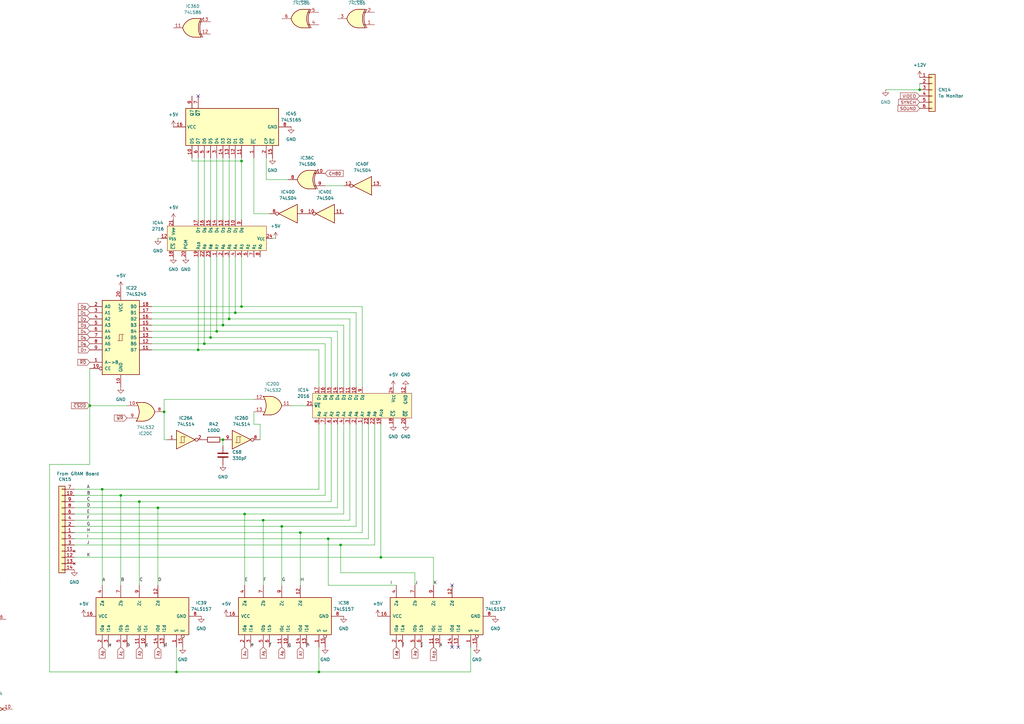
<source format=kicad_sch>
(kicad_sch (version 20250114) (generator "eeschema") (generator_version "9.0")
  (paper "A3")
  (lib_symbols
    (symbol "74xx:74LS04"
      (property "Reference" "U" (at 0 1.27 0))
      (property "Value" "74LS04" (at 0 -1.27 0))
      (symbol "74LS04_1_0"
        (pin input line (at -7.62 0 0) (length 3.81) (name "~") (number "1"))
        (pin output inverted (at 7.62 0 180) (length 3.81) (name "~") (number "2"))
      )
      (symbol "74LS04_2_0"
        (pin input line (at -7.62 0 0) (length 3.81) (name "~") (number "3"))
        (pin output inverted (at 7.62 0 180) (length 3.81) (name "~") (number "4"))
      )
      (symbol "74LS04_3_0"
        (pin input line (at -7.62 0 0) (length 3.81) (name "~") (number "5"))
        (pin output inverted (at 7.62 0 180) (length 3.81) (name "~") (number "6"))
      )
      (symbol "74LS04_4_0"
        (pin input line (at -7.62 0 0) (length 3.81) (name "~") (number "9"))
        (pin output inverted (at 7.62 0 180) (length 3.81) (name "~") (number "8"))
      )
      (symbol "74LS04_5_0"
        (pin input line (at -7.62 0 0) (length 3.81) (name "~") (number "11"))
        (pin output inverted (at 7.62 0 180) (length 3.81) (name "~") (number "10"))
      )
      (symbol "74LS04_6_0"
        (pin input line (at -7.62 0 0) (length 3.81) (name "~") (number "13"))
        (pin output inverted (at 7.62 0 180) (length 3.81) (name "~") (number "12"))
      )
      (symbol "74LS04_7_0"
        (pin power_in line (at 0 12.7 270) (length 5.08) (name "VCC") (number "14"))
        (pin power_in line (at 0 -12.7 90) (length 5.08) (name "GND") (number "7"))
      )
    )
    (symbol "74xx:74LS14" (pin_names (offset 1.016))
      (property "Reference" "U" (at 0 1.27 0))
      (property "Value" "74LS14" (at 0 -1.27 0))
      (symbol "74LS14_1_0"
        (pin input line (at -7.62 0 0) (length 3.81) (name "~") (number "1"))
        (pin output inverted (at 7.62 0 180) (length 3.81) (name "~") (number "2"))
      )
      (symbol "74LS14_2_0"
        (pin input line (at -7.62 0 0) (length 3.81) (name "~") (number "3"))
        (pin output inverted (at 7.62 0 180) (length 3.81) (name "~") (number "4"))
      )
      (symbol "74LS14_3_0"
        (pin input line (at -7.62 0 0) (length 3.81) (name "~") (number "5"))
        (pin output inverted (at 7.62 0 180) (length 3.81) (name "~") (number "6"))
      )
      (symbol "74LS14_4_0"
        (pin input line (at -7.62 0 0) (length 3.81) (name "~") (number "9"))
        (pin output inverted (at 7.62 0 180) (length 3.81) (name "~") (number "8"))
      )
      (symbol "74LS14_5_0"
        (pin input line (at -7.62 0 0) (length 3.81) (name "~") (number "11"))
        (pin output inverted (at 7.62 0 180) (length 3.81) (name "~") (number "10"))
      )
      (symbol "74LS14_6_0"
        (pin input line (at -7.62 0 0) (length 3.81) (name "~") (number "13"))
        (pin output inverted (at 7.62 0 180) (length 3.81) (name "~") (number "12"))
      )
      (symbol "74LS14_7_0"
        (pin power_in line (at 0 12.7 270) (length 5.08) (name "VCC") (number "14"))
        (pin power_in line (at 0 -12.7 90) (length 5.08) (name "GND") (number "7"))
      )
    )
    (symbol "74xx:74LS157" (pin_names (offset 1.016))
      (property "Reference" "U" (at -7.62 19.05 0))
      (property "Value" "74LS157" (at -7.62 -21.59 0))
      (symbol "74LS157_1_0"
        (pin input line (at -12.7 15.24 0) (length 5.08) (name "I0a") (number "2"))
        (pin input line (at -12.7 12.7 0) (length 5.08) (name "I1a") (number "3"))
        (pin input line (at -12.7 7.62 0) (length 5.08) (name "I0b") (number "5"))
        (pin input line (at -12.7 5.08 0) (length 5.08) (name "I1b") (number "6"))
        (pin input line (at -12.7 0 0) (length 5.08) (name "I0c") (number "11"))
        (pin input line (at -12.7 -2.54 0) (length 5.08) (name "I1c") (number "10"))
        (pin input line (at -12.7 -7.62 0) (length 5.08) (name "I0d") (number "14"))
        (pin input line (at -12.7 -10.16 0) (length 5.08) (name "I1d") (number "13"))
        (pin input line (at -12.7 -15.24 0) (length 5.08) (name "S") (number "1"))
        (pin input inverted (at -12.7 -17.78 0) (length 5.08) (name "E") (number "15"))
        (pin power_in line (at 0 22.86 270) (length 5.08) (name "VCC") (number "16"))
        (pin power_in line (at 0 -25.4 90) (length 5.08) (name "GND") (number "8"))
        (pin output line (at 12.7 15.24 180) (length 5.08) (name "Za") (number "4"))
        (pin output line (at 12.7 7.62 180) (length 5.08) (name "Zb") (number "7"))
        (pin output line (at 12.7 0 180) (length 5.08) (name "Zc") (number "9"))
        (pin output line (at 12.7 -7.62 180) (length 5.08) (name "Zd") (number "12"))
      )
    )
    (symbol "74xx:74LS165"
      (property "Reference" "U1" (at 5.4454 -25.4 90))
      (property "Value" "74LS165" (at 2.9054 -25.4 90))
      (symbol "74LS165_1_0"
        (pin input line (at -12.7 15.24 0) (length 5.08) (name "DS") (number "10"))
        (pin input line (at -12.7 12.7 0) (length 5.08) (name "D7") (number "6"))
        (pin input line (at -12.7 10.16 0) (length 5.08) (name "D6") (number "5"))
        (pin input line (at -12.7 7.62 0) (length 5.08) (name "D5") (number "4"))
        (pin input line (at -12.7 5.08 0) (length 5.08) (name "D4") (number "3"))
        (pin input line (at -12.7 2.54 0) (length 5.08) (name "D3") (number "14"))
        (pin input line (at -12.7 0 0) (length 5.08) (name "D2") (number "13"))
        (pin input line (at -12.7 -2.54 0) (length 5.08) (name "D1") (number "12"))
        (pin input line (at -12.7 -5.08 0) (length 5.08) (name "D0") (number "11"))
        (pin input line (at -12.7 -10.16 0) (length 5.08) (name "~{PL}") (number "1"))
        (pin input line (at -12.7 -15.24 0) (length 5.08) (name "CP") (number "2"))
        (pin input line (at -12.7 -17.78 0) (length 5.08) (name "~{CE}") (number "15"))
        (pin power_in line (at 0 22.86 270) (length 5.08) (name "VCC") (number "16"))
        (pin power_in line (at 0 -25.4 90) (length 5.08) (name "GND") (number "8"))
        (pin output line (at 12.7 15.24 180) (length 5.08) (name "Q7") (number "9"))
        (pin output line (at 12.7 12.7 180) (length 5.08) (name "~{Q7}") (number "7"))
      )
    )
    (symbol "74xx:74LS245" (pin_names (offset 1.016))
      (property "Reference" "U" (at -7.62 16.51 0))
      (property "Value" "74LS245" (at -7.62 -16.51 0))
      (symbol "74LS245_1_0"
        (pin tri_state line (at -12.7 12.7 0) (length 5.08) (name "A0") (number "2"))
        (pin tri_state line (at -12.7 10.16 0) (length 5.08) (name "A1") (number "3"))
        (pin tri_state line (at -12.7 7.62 0) (length 5.08) (name "A2") (number "4"))
        (pin tri_state line (at -12.7 5.08 0) (length 5.08) (name "A3") (number "5"))
        (pin tri_state line (at -12.7 2.54 0) (length 5.08) (name "A4") (number "6"))
        (pin tri_state line (at -12.7 0 0) (length 5.08) (name "A5") (number "7"))
        (pin tri_state line (at -12.7 -2.54 0) (length 5.08) (name "A6") (number "8"))
        (pin tri_state line (at -12.7 -5.08 0) (length 5.08) (name "A7") (number "9"))
        (pin input line (at -12.7 -10.16 0) (length 5.08) (name "A->B") (number "1"))
        (pin input inverted (at -12.7 -12.7 0) (length 5.08) (name "CE") (number "19"))
        (pin power_in line (at 0 20.32 270) (length 5.08) (name "VCC") (number "20"))
        (pin power_in line (at 0 -20.32 90) (length 5.08) (name "GND") (number "10"))
        (pin tri_state line (at 12.7 12.7 180) (length 5.08) (name "B0") (number "18"))
        (pin tri_state line (at 12.7 10.16 180) (length 5.08) (name "B1") (number "17"))
        (pin tri_state line (at 12.7 7.62 180) (length 5.08) (name "B2") (number "16"))
        (pin tri_state line (at 12.7 5.08 180) (length 5.08) (name "B3") (number "15"))
        (pin tri_state line (at 12.7 2.54 180) (length 5.08) (name "B4") (number "14"))
        (pin tri_state line (at 12.7 0 180) (length 5.08) (name "B5") (number "13"))
        (pin tri_state line (at 12.7 -2.54 180) (length 5.08) (name "B6") (number "12"))
        (pin tri_state line (at 12.7 -5.08 180) (length 5.08) (name "B7") (number "11"))
      )
    )
    (symbol "74xx:74LS32" (pin_names (offset 1.016))
      (property "Reference" "U" (at 0 1.27 0))
      (property "Value" "74LS32" (at 0 -1.27 0))
      (symbol "74LS32_1_1"
        (pin input line (at -7.62 2.54 0) (length 4.318) (name "~") (number "1"))
        (pin input line (at -7.62 -2.54 0) (length 4.318) (name "~") (number "2"))
        (pin output line (at 7.62 0 180) (length 3.81) (name "~") (number "3"))
      )
      (symbol "74LS32_1_2"
        (pin input inverted (at -7.62 2.54 0) (length 3.81) (name "~") (number "1"))
        (pin input inverted (at -7.62 -2.54 0) (length 3.81) (name "~") (number "2"))
        (pin output inverted (at 7.62 0 180) (length 3.81) (name "~") (number "3"))
      )
      (symbol "74LS32_2_1"
        (pin input line (at -7.62 2.54 0) (length 4.318) (name "~") (number "4"))
        (pin input line (at -7.62 -2.54 0) (length 4.318) (name "~") (number "5"))
        (pin output line (at 7.62 0 180) (length 3.81) (name "~") (number "6"))
      )
      (symbol "74LS32_2_2"
        (pin input inverted (at -7.62 2.54 0) (length 3.81) (name "~") (number "4"))
        (pin input inverted (at -7.62 -2.54 0) (length 3.81) (name "~") (number "5"))
        (pin output inverted (at 7.62 0 180) (length 3.81) (name "~") (number "6"))
      )
      (symbol "74LS32_3_1"
        (pin input line (at -7.62 2.54 0) (length 4.318) (name "~") (number "9"))
        (pin input line (at -7.62 -2.54 0) (length 4.318) (name "~") (number "10"))
        (pin output line (at 7.62 0 180) (length 3.81) (name "~") (number "8"))
      )
      (symbol "74LS32_3_2"
        (pin input inverted (at -7.62 2.54 0) (length 3.81) (name "~") (number "9"))
        (pin input inverted (at -7.62 -2.54 0) (length 3.81) (name "~") (number "10"))
        (pin output inverted (at 7.62 0 180) (length 3.81) (name "~") (number "8"))
      )
      (symbol "74LS32_4_1"
        (pin input line (at -7.62 2.54 0) (length 4.318) (name "~") (number "12"))
        (pin input line (at -7.62 -2.54 0) (length 4.318) (name "~") (number "13"))
        (pin output line (at 7.62 0 180) (length 3.81) (name "~") (number "11"))
      )
      (symbol "74LS32_4_2"
        (pin input inverted (at -7.62 2.54 0) (length 3.81) (name "~") (number "12"))
        (pin input inverted (at -7.62 -2.54 0) (length 3.81) (name "~") (number "13"))
        (pin output inverted (at 7.62 0 180) (length 3.81) (name "~") (number "11"))
      )
      (symbol "74LS32_5_0"
        (pin power_in line (at 0 12.7 270) (length 5.08) (name "VCC") (number "14"))
        (pin power_in line (at 0 -12.7 90) (length 5.08) (name "GND") (number "7"))
      )
    )
    (symbol "74xx:74LS86" (pin_names (offset 1.016))
      (property "Reference" "U" (at 0 1.27 0))
      (property "Value" "74LS86" (at 0 -1.27 0))
      (symbol "74LS86_1_0"
        (pin input line (at -7.62 2.54 0) (length 4.445) (name "~") (number "1"))
        (pin input line (at -7.62 -2.54 0) (length 4.445) (name "~") (number "2"))
        (pin output line (at 7.62 0 180) (length 3.81) (name "~") (number "3"))
      )
      (symbol "74LS86_2_0"
        (pin input line (at -7.62 2.54 0) (length 4.445) (name "~") (number "4"))
        (pin input line (at -7.62 -2.54 0) (length 4.445) (name "~") (number "5"))
        (pin output line (at 7.62 0 180) (length 3.81) (name "~") (number "6"))
      )
      (symbol "74LS86_3_0"
        (pin input line (at -7.62 2.54 0) (length 4.445) (name "~") (number "9"))
        (pin input line (at -7.62 -2.54 0) (length 4.445) (name "~") (number "10"))
        (pin output line (at 7.62 0 180) (length 3.81) (name "~") (number "8"))
      )
      (symbol "74LS86_4_0"
        (pin input line (at -7.62 2.54 0) (length 4.445) (name "~") (number "12"))
        (pin input line (at -7.62 -2.54 0) (length 4.445) (name "~") (number "13"))
        (pin output line (at 7.62 0 180) (length 3.81) (name "~") (number "11"))
      )
      (symbol "74LS86_5_0"
        (pin power_in line (at 0 12.7 270) (length 5.08) (name "VCC") (number "14"))
        (pin power_in line (at 0 -12.7 90) (length 5.08) (name "GND") (number "7"))
      )
    )
    (symbol "Connector_Generic:Conn_01x06" (pin_names (offset 1.016) (hide yes))
      (property "Reference" "J" (at 0 7.62 0))
      (property "Value" "Conn_01x06" (at 0 -10.16 0))
      (symbol "Conn_01x06_1_1"
        (pin passive line (at -5.08 5.08 0) (length 3.81) (name "Pin_1") (number "1"))
        (pin passive line (at -5.08 2.54 0) (length 3.81) (name "Pin_2") (number "2"))
        (pin passive line (at -5.08 0 0) (length 3.81) (name "Pin_3") (number "3"))
        (pin passive line (at -5.08 -2.54 0) (length 3.81) (name "Pin_4") (number "4"))
        (pin passive line (at -5.08 -5.08 0) (length 3.81) (name "Pin_5") (number "5"))
        (pin passive line (at -5.08 -7.62 0) (length 3.81) (name "Pin_6") (number "6"))
      )
    )
    (symbol "Connector_Generic:Conn_01x14" (pin_names (offset 1.016) (hide yes))
      (property "Reference" "CN15" (at 0 -24.13 0))
      (property "Value" "Conn_01x14" (at 0 -21.59 0))
      (symbol "Conn_01x14_1_1"
        (pin passive line (at 0 15.24 180) (length 3.81) (name "Pin_7") (number "7"))
        (pin passive line (at 0 12.7 180) (length 3.81) (name "Pin_10") (number "10"))
        (pin passive line (at 0 10.16 180) (length 3.81) (name "Pin_9") (number "9"))
        (pin passive line (at 0 7.62 180) (length 3.81) (name "Pin_8") (number "8"))
        (pin passive line (at 0 5.08 180) (length 3.81) (name "Pin_6") (number "6"))
        (pin passive line (at 0 2.54 180) (length 3.81) (name "Pin_4") (number "4"))
        (pin passive line (at 0 0 180) (length 3.81) (name "Pin_2") (number "2"))
        (pin passive line (at 0 -2.54 180) (length 3.81) (name "Pin_1") (number "1"))
        (pin passive line (at 0 -5.08 180) (length 3.81) (name "Pin_5") (number "5"))
        (pin passive line (at 0 -7.62 180) (length 3.81) (name "Pin_3") (number "3"))
        (pin no_connect line (at 0 -10.16 180) (length 3.81) (name "Pin_11") (number "11"))
        (pin passive line (at 0 -12.7 180) (length 3.81) (name "Pin_12") (number "12"))
        (pin no_connect line (at 0 -15.24 180) (length 3.81) (name "Pin_13") (number "13"))
        (pin passive line (at 0 -17.78 180) (length 3.81) (name "Pin_14") (number "14"))
      )
    )
    (symbol "Device:C" (pin_numbers (hide yes)) (pin_names (offset 0.254))
      (property "Reference" "C" (at 0.635 2.54 0))
      (property "Value" "C" (at 0.635 -2.54 0))
      (symbol "C_1_1"
        (pin passive line (at 0 3.81 270) (length 2.794) (name "~") (number "1"))
        (pin passive line (at 0 -3.81 90) (length 2.794) (name "~") (number "2"))
      )
    )
    (symbol "Device:R" (pin_numbers (hide yes)) (pin_names (offset 0))
      (property "Reference" "R" (at 2.032 0 90))
      (property "Value" "R" (at 0 0 90))
      (symbol "R_1_1"
        (pin passive line (at 0 3.81 270) (length 1.27) (name "~") (number "1"))
        (pin passive line (at 0 -3.81 90) (length 1.27) (name "~") (number "2"))
      )
    )
    (symbol "Sharp_MZ-80B:2016"
      (property "Reference" "IC" (at 2.54 7.62 0))
      (property "Value" "2016" (at 0 0 0))
      (symbol "2016_0_0"
        (pin input line (at -22.86 0 0) (length 2.54) (name "~{WE}") (number "21"))
        (pin output line (at -17.78 7.62 270) (length 2.54) (name "D_{7}") (number "17"))
        (pin input line (at -17.78 -7.62 90) (length 2.54) (name "A_{0}") (number "8"))
        (pin output line (at -15.24 7.62 270) (length 2.54) (name "D_{6}") (number "16"))
        (pin input line (at -15.24 -7.62 90) (length 2.54) (name "A_{1}") (number "7"))
        (pin output line (at -12.7 7.62 270) (length 2.54) (name "D_{5}") (number "15"))
        (pin input line (at -12.7 -7.62 90) (length 2.54) (name "A_{2}") (number "6"))
        (pin output line (at -10.16 7.62 270) (length 2.54) (name "D_{4}") (number "14"))
        (pin input line (at -10.16 -7.62 90) (length 2.54) (name "A_{3}") (number "5"))
        (pin output line (at -7.62 7.62 270) (length 2.54) (name "D_{3}") (number "13"))
        (pin input line (at -7.62 -7.62 90) (length 2.54) (name "A_{4}") (number "4"))
        (pin output line (at -5.08 7.62 270) (length 2.54) (name "D_{2}") (number "11"))
        (pin input line (at -5.08 -7.62 90) (length 2.54) (name "A_{5}") (number "3"))
        (pin output line (at -2.54 7.62 270) (length 2.54) (name "D_{1}") (number "10"))
        (pin input line (at -2.54 -7.62 90) (length 2.54) (name "A_{6}") (number "2"))
        (pin output line (at 0 7.62 270) (length 2.54) (name "D_{0}") (number "9"))
        (pin input line (at 0 -7.62 90) (length 2.54) (name "A_{7}") (number "1"))
        (pin input line (at 2.54 -7.62 90) (length 2.54) (name "A_{8}") (number "23"))
        (pin input line (at 5.08 -7.62 90) (length 2.54) (name "A_{9}") (number "22"))
        (pin input line (at 7.62 -7.62 90) (length 2.54) (name "A_{10}") (number "19"))
        (pin power_in line (at 12.7 7.62 270) (length 2.54) (name "V_{CC}") (number "24"))
        (pin input line (at 12.7 -7.62 90) (length 2.54) (name "~{CS}") (number "18"))
        (pin power_in line (at 17.78 7.62 270) (length 2.54) (name "GND") (number "12"))
        (pin input line (at 17.78 -7.62 90) (length 2.54) (name "~{OE}") (number "20"))
      )
    )
    (symbol "Sharp_MZ-80B:2716"
      (property "Reference" "IC" (at 15.24 7.62 0))
      (property "Value" "2716" (at 0 0 0))
      (symbol "2716_0_0"
        (pin power_in line (at -22.86 0 0) (length 2.54) (name "V_{SS}") (number "12"))
        (pin input line (at -17.78 7.62 270) (length 2.54) (name "V_{PP}") (number "21"))
        (pin input line (at -17.78 -7.62 90) (length 2.54) (name "~{CS}") (number "18"))
        (pin input line (at -12.7 -7.62 90) (length 2.54) (name "PGM") (number "20"))
        (pin output line (at -7.62 7.62 270) (length 2.54) (name "D_{7}") (number "17"))
        (pin input line (at -7.62 -7.62 90) (length 2.54) (name "A_{10}") (number "19"))
        (pin output line (at -5.08 7.62 270) (length 2.54) (name "D_{6}") (number "16"))
        (pin input line (at -5.08 -7.62 90) (length 2.54) (name "A_{9}") (number "22"))
        (pin output line (at -2.54 7.62 270) (length 2.54) (name "D_{5}") (number "15"))
        (pin input line (at -2.54 -7.62 90) (length 2.54) (name "A_{8}") (number "23"))
        (pin output line (at 0 7.62 270) (length 2.54) (name "D_{4}") (number "14"))
        (pin input line (at 0 -7.62 90) (length 2.54) (name "A_{7}") (number "1"))
        (pin output line (at 2.54 7.62 270) (length 2.54) (name "D_{3}") (number "13"))
        (pin input line (at 2.54 -7.62 90) (length 2.54) (name "A_{6}") (number "2"))
        (pin output line (at 5.08 7.62 270) (length 2.54) (name "D_{2}") (number "11"))
        (pin input line (at 5.08 -7.62 90) (length 2.54) (name "A_{5}") (number "3"))
        (pin output line (at 7.62 7.62 270) (length 2.54) (name "D_{1}") (number "10"))
        (pin input line (at 7.62 -7.62 90) (length 2.54) (name "A_{4}") (number "4"))
        (pin output line (at 10.16 7.62 270) (length 2.54) (name "D_{0}") (number "9"))
        (pin input line (at 10.16 -7.62 90) (length 2.54) (name "A_{3}") (number "5"))
        (pin input line (at 12.7 -7.62 90) (length 2.54) (name "A_{2}") (number "6"))
        (pin input line (at 15.24 -7.62 90) (length 2.54) (name "A_{1}") (number "7"))
        (pin input line (at 17.78 -7.62 90) (length 2.54) (name "A_{0}") (number "8"))
        (pin power_in line (at 22.86 0 180) (length 2.54) (name "V_{CC}") (number "24"))
      )
    )
    (symbol "power:+12V" (power) (pin_numbers (hide yes)) (pin_names (offset 0) (hide yes))
      (property "Value" "+12V" (at 0 3.556 0))
      (symbol "+12V_1_1"
        (pin power_in line (at 0 0 90) (length 0) (name "~") (number "1"))
      )
    )
    (symbol "power:+5V" (power) (pin_numbers (hide yes)) (pin_names (offset 0) (hide yes))
      (property "Value" "+5V" (at 0 3.556 0))
      (symbol "+5V_1_1"
        (pin power_in line (at 0 0 90) (length 0) (name "~") (number "1"))
      )
    )
    (symbol "power:GND" (power) (pin_numbers (hide yes)) (pin_names (offset 0) (hide yes))
      (property "Value" "GND" (at 0 -3.81 0))
      (symbol "GND_1_1"
        (pin power_in line (at 0 0 270) (length 0) (name "~") (number "1"))
      )
    )
  )
  (junction (at 156.21 228.6))
  (junction (at 134.62 220.98))
  (junction (at 49.53 203.2))
  (junction (at 99.06 66.04))
  (junction (at 377.19 36.83))
  (junction (at 139.7 223.52))
  (junction (at 88.9 135.89))
  (junction (at 72.39 275.59))
  (junction (at 115.57 215.9))
  (junction (at 91.44 133.35))
  (junction (at 99.06 125.73))
  (junction (at 91.44 180.34))
  (junction (at 93.98 130.81))
  (junction (at 100.33 210.82))
  (junction (at 64.77 208.28))
  (junction (at 81.28 143.51))
  (junction (at 107.95 213.36))
  (junction (at 41.91 200.66))
  (junction (at 96.52 128.27))
  (junction (at 83.82 140.97))
  (junction (at 57.15 205.74))
  (junction (at 67.31 168.91))
  (junction (at 36.83 166.37))
  (junction (at 86.36 138.43))
  (junction (at 130.81 275.59))
  (junction (at 123.19 218.44))
  (no_connect (at 81.28 39.37))
  (no_connect (at 187.96 265.43))
  (no_connect (at 185.42 240.03))
  (no_connect (at 185.42 265.43))
  (wire (pts (xy 130.81 143.51) (xy 130.81 158.75)))
  (wire (pts (xy 93.98 130.81) (xy 143.51 130.81)))
  (wire (pts (xy 62.23 125.73) (xy 99.06 125.73)))
  (wire (pts (xy 170.18 240.03) (xy 170.18 234.95)))
  (wire (pts (xy 134.62 220.98) (xy 151.13 220.98)))
  (wire (pts (xy 193.04 275.59) (xy 130.81 275.59)))
  (wire (pts (xy 100.33 210.82) (xy 140.97 210.82)))
  (wire (pts (xy 57.15 205.74) (xy 135.89 205.74)))
  (wire (pts (xy 62.23 130.81) (xy 93.98 130.81)))
  (wire (pts (xy 138.43 208.28) (xy 138.43 173.99)))
  (wire (pts (xy 193.04 265.43) (xy 193.04 275.59)))
  (wire (pts (xy 30.48 228.6) (xy 156.21 228.6)))
  (wire (pts (xy 130.81 275.59) (xy 72.39 275.59)))
  (wire (pts (xy 30.48 218.44) (xy 123.19 218.44)))
  (wire (pts (xy 30.48 208.28) (xy 64.77 208.28)))
  (wire (pts (xy 139.7 223.52) (xy 153.67 223.52)))
  (wire (pts (xy 36.83 166.37) (xy 36.83 190.5)))
  (wire (pts (xy 78.74 66.04) (xy 99.06 66.04)))
  (wire (pts (xy 36.83 166.37) (xy 52.07 166.37)))
  (wire (pts (xy 99.06 125.73) (xy 148.59 125.73)))
  (wire (pts (xy 177.8 228.6) (xy 156.21 228.6)))
  (wire (pts (xy 88.9 64.77) (xy 88.9 90.17)))
  (wire (pts (xy 148.59 158.75) (xy 148.59 125.73)))
  (wire (pts (xy 86.36 105.41) (xy 86.36 138.43)))
  (wire (pts (xy 88.9 135.89) (xy 138.43 135.89)))
  (wire (pts (xy 113.03 97.79) (xy 111.76 97.79)))
  (wire (pts (xy 138.43 158.75) (xy 138.43 135.89)))
  (wire (pts (xy 153.67 223.52) (xy 153.67 173.99)))
  (wire (pts (xy 170.18 234.95) (xy 139.7 234.95)))
  (wire (pts (xy 30.48 215.9) (xy 115.57 215.9)))
  (wire (pts (xy 119.38 166.37) (xy 125.73 166.37)))
  (wire (pts (xy 93.98 64.77) (xy 93.98 90.17)))
  (wire (pts (xy 91.44 182.88) (xy 91.44 180.34)))
  (wire (pts (xy 64.77 208.28) (xy 138.43 208.28)))
  (wire (pts (xy 62.23 128.27) (xy 96.52 128.27)))
  (wire (pts (xy 151.13 220.98) (xy 151.13 173.99)))
  (wire (pts (xy 123.19 218.44) (xy 148.59 218.44)))
  (wire (pts (xy 133.35 203.2) (xy 133.35 173.99)))
  (wire (pts (xy 363.22 36.83) (xy 377.19 36.83)))
  (wire (pts (xy 91.44 64.77) (xy 91.44 90.17)))
  (wire (pts (xy 109.22 73.66) (xy 118.11 73.66)))
  (wire (pts (xy 81.28 105.41) (xy 81.28 143.51)))
  (wire (pts (xy 130.81 265.43) (xy 130.81 275.59)))
  (wire (pts (xy 133.35 158.75) (xy 133.35 140.97)))
  (wire (pts (xy 64.77 97.79) (xy 66.04 97.79)))
  (wire (pts (xy 67.31 163.83) (xy 67.31 168.91)))
  (wire (pts (xy 81.28 143.51) (xy 130.81 143.51)))
  (wire (pts (xy 83.82 105.41) (xy 83.82 140.97)))
  (wire (pts (xy 115.57 215.9) (xy 115.57 240.03)))
  (wire (pts (xy 93.98 105.41) (xy 93.98 130.81)))
  (wire (pts (xy 86.36 138.43) (xy 135.89 138.43)))
  (wire (pts (xy 30.48 220.98) (xy 134.62 220.98)))
  (wire (pts (xy 49.53 203.2) (xy 49.53 240.03)))
  (wire (pts (xy 115.57 215.9) (xy 146.05 215.9)))
  (wire (pts (xy 62.23 140.97) (xy 83.82 140.97)))
  (wire (pts (xy 177.8 240.03) (xy 177.8 228.6)))
  (wire (pts (xy 148.59 218.44) (xy 148.59 173.99)))
  (wire (pts (xy 135.89 205.74) (xy 135.89 173.99)))
  (wire (pts (xy 36.83 151.13) (xy 36.83 166.37)))
  (wire (pts (xy 134.62 240.03) (xy 134.62 220.98)))
  (wire (pts (xy 20.32 190.5) (xy 20.32 275.59)))
  (wire (pts (xy 99.06 64.77) (xy 99.06 66.04)))
  (wire (pts (xy 83.82 64.77) (xy 83.82 90.17)))
  (wire (pts (xy 99.06 105.41) (xy 99.06 125.73)))
  (wire (pts (xy 41.91 200.66) (xy 130.81 200.66)))
  (wire (pts (xy 86.36 64.77) (xy 86.36 90.17)))
  (wire (pts (xy 62.23 135.89) (xy 88.9 135.89)))
  (wire (pts (xy 67.31 180.34) (xy 68.58 180.34)))
  (wire (pts (xy 377.19 34.29) (xy 377.19 36.83)))
  (wire (pts (xy 104.14 64.77) (xy 104.14 87.63)))
  (wire (pts (xy 109.22 64.77) (xy 109.22 73.66)))
  (wire (pts (xy 72.39 265.43) (xy 72.39 275.59)))
  (wire (pts (xy 139.7 234.95) (xy 139.7 223.52)))
  (wire (pts (xy 104.14 87.63) (xy 110.49 87.63)))
  (wire (pts (xy 130.81 200.66) (xy 130.81 173.99)))
  (wire (pts (xy 107.95 213.36) (xy 107.95 240.03)))
  (wire (pts (xy 78.74 64.77) (xy 78.74 66.04)))
  (wire (pts (xy 140.97 210.82) (xy 140.97 173.99)))
  (wire (pts (xy 30.48 203.2) (xy 49.53 203.2)))
  (wire (pts (xy 30.48 223.52) (xy 139.7 223.52)))
  (wire (pts (xy 30.48 205.74) (xy 57.15 205.74)))
  (wire (pts (xy 104.14 173.99) (xy 106.68 173.99)))
  (wire (pts (xy 100.33 210.82) (xy 100.33 240.03)))
  (wire (pts (xy 67.31 168.91) (xy 67.31 180.34)))
  (wire (pts (xy 62.23 138.43) (xy 86.36 138.43)))
  (wire (pts (xy 104.14 168.91) (xy 104.14 173.99)))
  (wire (pts (xy 104.14 163.83) (xy 67.31 163.83)))
  (wire (pts (xy 146.05 215.9) (xy 146.05 173.99)))
  (wire (pts (xy 143.51 158.75) (xy 143.51 130.81)))
  (wire (pts (xy 49.53 203.2) (xy 133.35 203.2)))
  (wire (pts (xy 156.21 228.6) (xy 156.21 173.99)))
  (wire (pts (xy 20.32 275.59) (xy 72.39 275.59)))
  (wire (pts (xy 88.9 105.41) (xy 88.9 135.89)))
  (wire (pts (xy 36.83 190.5) (xy 20.32 190.5)))
  (wire (pts (xy 107.95 213.36) (xy 143.51 213.36)))
  (wire (pts (xy 57.15 205.74) (xy 57.15 240.03)))
  (wire (pts (xy 135.89 158.75) (xy 135.89 138.43)))
  (wire (pts (xy 96.52 105.41) (xy 96.52 128.27)))
  (wire (pts (xy 140.97 76.2) (xy 133.35 76.2)))
  (wire (pts (xy 62.23 133.35) (xy 91.44 133.35)))
  (wire (pts (xy 140.97 158.75) (xy 140.97 133.35)))
  (wire (pts (xy 143.51 213.36) (xy 143.51 173.99)))
  (wire (pts (xy 123.19 218.44) (xy 123.19 240.03)))
  (wire (pts (xy 91.44 105.41) (xy 91.44 133.35)))
  (wire (pts (xy 99.06 66.04) (xy 99.06 90.17)))
  (wire (pts (xy 96.52 64.77) (xy 96.52 90.17)))
  (wire (pts (xy 96.52 128.27) (xy 146.05 128.27)))
  (wire (pts (xy 81.28 64.77) (xy 81.28 90.17)))
  (wire (pts (xy 62.23 143.51) (xy 81.28 143.51)))
  (wire (pts (xy 91.44 133.35) (xy 140.97 133.35)))
  (wire (pts (xy 30.48 200.66) (xy 41.91 200.66)))
  (wire (pts (xy 64.77 208.28) (xy 64.77 240.03)))
  (wire (pts (xy 83.82 140.97) (xy 133.35 140.97)))
  (wire (pts (xy 146.05 158.75) (xy 146.05 128.27)))
  (wire (pts (xy 41.91 200.66) (xy 41.91 240.03)))
  (wire (pts (xy 30.48 213.36) (xy 107.95 213.36)))
  (wire (pts (xy 162.56 240.03) (xy 134.62 240.03)))
  (wire (pts (xy 106.68 173.99) (xy 106.68 180.34)))
  (wire (pts (xy 30.48 210.82) (xy 100.33 210.82)))
  (label "F" (at 107.95 238.76 0))
  (label "D" (at 64.77 238.76 0))
  (label "B" (at 49.53 238.76 0))
  (label "G" (at 115.57 238.76 0))
  (label "I" (at 160.02 240.03 0))
  (label "A" (at 41.91 238.76 0))
  (label "i" (at 165.1 265.43 0))
  (label "e" (at 102.87 265.43 0))
  (label "h" (at 125.73 265.43 0))
  (label "f" (at 110.49 265.43 0))
  (label "g" (at 118.11 265.43 0))
  (label "j" (at 172.72 265.43 0))
  (label "k" (at 180.34 265.43 0))
  (label "d" (at 67.31 265.43 0))
  (label "a" (at 44.45 265.43 0))
  (label "b" (at 52.07 265.43 0))
  (label "c" (at 59.69 265.43 0))
  (label "H" (at 123.19 238.76 0))
  (label "K" (at 177.8 240.03 0))
  (label "E" (at 35.56 210.82 0))
  (label "D" (at 35.56 208.28 0))
  (label "B" (at 35.56 203.2 0))
  (label "C" (at 35.56 205.74 0))
  (label "K" (at 35.56 228.6 0))
  (label "A" (at 35.56 200.66 0))
  (label "J" (at 35.56 223.52 0))
  (label "H" (at 35.56 218.44 0))
  (label "F" (at 35.56 213.36 0))
  (label "I" (at 35.56 220.98 0))
  (label "G" (at 35.56 215.9 0))
  (label "J" (at 170.18 240.03 0))
  (label "E" (at 100.33 238.76 0))
  (label "C" (at 57.15 238.76 0))
  (global_label "A_{7}" (shape input) (at 123.19 265.43 270) (property "Intersheetrefs" "${INTERSHEET_REFS}" (effects (hide yes))))
  (global_label "A_{4}" (shape input) (at 100.33 265.43 270) (property "Intersheetrefs" "${INTERSHEET_REFS}" (effects (hide yes))))
  (global_label "D_{0}" (shape input) (at 36.83 125.73 180) (property "Intersheetrefs" "${INTERSHEET_REFS}" (effects (hide yes))))
  (global_label "SOUND" (shape input) (at 377.19 44.45 180) (property "Intersheetrefs" "${INTERSHEET_REFS}" (effects (hide yes))))
  (global_label "~{RD}" (shape input) (at 36.83 148.59 180) (property "Intersheetrefs" "${INTERSHEET_REFS}" (effects (hide yes))))
  (global_label "Α_{8}" (shape input) (at 162.56 265.43 270) (property "Intersheetrefs" "${INTERSHEET_REFS}" (effects (hide yes))))
  (global_label "A_{0}" (shape input) (at 41.91 265.43 270) (property "Intersheetrefs" "${INTERSHEET_REFS}" (effects (hide yes))))
  (global_label "D_{3}" (shape input) (at 36.83 133.35 180) (property "Intersheetrefs" "${INTERSHEET_REFS}" (effects (hide yes))))
  (global_label "CH80" (shape input) (at 133.35 71.12 0) (property "Intersheetrefs" "${INTERSHEET_REFS}" (effects (hide yes))))
  (global_label "A_{3}" (shape input) (at 64.77 265.43 270) (property "Intersheetrefs" "${INTERSHEET_REFS}" (effects (hide yes))))
  (global_label "~{CSOD}" (shape input) (at 36.83 166.37 180) (property "Intersheetrefs" "${INTERSHEET_REFS}" (effects (hide yes))))
  (global_label "~{WR}" (shape input) (at 52.07 171.45 180) (property "Intersheetrefs" "${INTERSHEET_REFS}" (effects (hide yes))))
  (global_label "SYNCH" (shape input) (at 377.19 41.91 180) (property "Intersheetrefs" "${INTERSHEET_REFS}" (effects (hide yes))))
  (global_label "Α_{10}" (shape input) (at 177.8 265.43 270) (property "Intersheetrefs" "${INTERSHEET_REFS}" (effects (hide yes))))
  (global_label "D_{1}" (shape input) (at 36.83 128.27 180) (property "Intersheetrefs" "${INTERSHEET_REFS}" (effects (hide yes))))
  (global_label "D_{7}" (shape input) (at 36.83 143.51 180) (property "Intersheetrefs" "${INTERSHEET_REFS}" (effects (hide yes))))
  (global_label "A_{6}" (shape input) (at 115.57 265.43 270) (property "Intersheetrefs" "${INTERSHEET_REFS}" (effects (hide yes))))
  (global_label "D_{6}" (shape input) (at 36.83 140.97 180) (property "Intersheetrefs" "${INTERSHEET_REFS}" (effects (hide yes))))
  (global_label "A_{5}" (shape input) (at 107.95 265.43 270) (property "Intersheetrefs" "${INTERSHEET_REFS}" (effects (hide yes))))
  (global_label "D_{2}" (shape input) (at 36.83 130.81 180) (property "Intersheetrefs" "${INTERSHEET_REFS}" (effects (hide yes))))
  (global_label "D_{4}" (shape input) (at 36.83 135.89 180) (property "Intersheetrefs" "${INTERSHEET_REFS}" (effects (hide yes))))
  (global_label "A_{1}" (shape input) (at 49.53 265.43 270) (property "Intersheetrefs" "${INTERSHEET_REFS}" (effects (hide yes))))
  (global_label "VIDEO" (shape input) (at 377.19 39.37 180) (property "Intersheetrefs" "${INTERSHEET_REFS}" (effects (hide yes))))
  (global_label "D_{5}" (shape input) (at 36.83 138.43 180) (property "Intersheetrefs" "${INTERSHEET_REFS}" (effects (hide yes))))
  (global_label "A_{2}" (shape input) (at 57.15 265.43 270) (property "Intersheetrefs" "${INTERSHEET_REFS}" (effects (hide yes))))
  (global_label "Α_{9}" (shape input) (at 170.18 265.43 270) (property "Intersheetrefs" "${INTERSHEET_REFS}" (effects (hide yes))))
  (symbol (lib_id "power:+5V") (at 92.71 252.73 0) (unit 1)
    (property "Reference" "#PWR086" (effects (hide yes)))
    (property "Value" "+5V" (at 92.71 247.65 0))
    (property "Description" "Power symbol creates a global label with name \"+5V\"" (effects (hide yes)))
  )
  (symbol (lib_id "power:GND") (at 74.93 265.43 0) (unit 1)
    (property "Reference" "#PWR090" (effects (hide yes)))
    (property "Value" "GND" (at 74.93 270.51 0))
    (property "Description" "Power symbol creates a global label with name \"GND\" , ground" (effects (hide yes)))
  )
  (symbol (lib_id "power:GND") (at 161.29 173.99 0) (unit 1)
    (property "Reference" "#PWR077" (effects (hide yes)))
    (property "Value" "GND" (at 161.29 179.07 0))
    (property "Description" "Power symbol creates a global label with name \"GND\" , ground" (effects (hide yes)))
  )
  (symbol (lib_id "power:GND") (at 140.97 252.73 0) (unit 1)
    (property "Reference" "#PWR083" (effects (hide yes)))
    (property "Value" "GND" (at 140.97 257.81 0))
    (property "Description" "Power symbol creates a global label with name \"GND\" , ground" (effects (hide yes)))
  )
  (symbol (lib_id "power:+5V") (at 71.12 52.07 0) (unit 1)
    (property "Reference" "#PWR091" (effects (hide yes)))
    (property "Value" "+5V" (at 71.12 46.99 0))
    (property "Description" "Power symbol creates a global label with name \"+5V\"" (effects (hide yes)))
  )
  (symbol (lib_id "power:GND") (at 30.48 233.68 0) (unit 1)
    (property "Reference" "#PWR076" (effects (hide yes)))
    (property "Value" "GND" (at 30.48 238.76 0))
    (property "Description" "Power symbol creates a global label with name \"GND\" , ground" (effects (hide yes)))
  )
  (symbol (lib_id "74xx:74LS04") (at 133.35 87.63 180) (unit 5)
    (property "Reference" "IC40" (at 133.35 78.74 0))
    (property "Value" "74LS04" (at 133.35 81.28 0))
    (property "Datasheet" "http://www.ti.com/lit/gpn/sn74LS04" (effects (hide yes)))
    (property "Description" "Hex Inverter" (effects (hide yes)))
  )
  (symbol (lib_id "74xx:74LS86") (at 123.19 7.62 180) (unit 2)
    (property "Reference" "IC36" (at 123.4948 0 0))
    (property "Value" "74LS86" (at 123.4948 1.27 0))
    (property "Datasheet" "74xx/74ls86.pdf" (effects (hide yes)))
    (property "Description" "Quad 2-input XOR" (effects (hide yes)))
  )
  (symbol (lib_id "power:GND") (at 91.44 190.5 0) (unit 1)
    (property "Reference" "#PWR081" (effects (hide yes)))
    (property "Value" "GND" (at 91.44 195.58 0))
    (property "Description" "Power symbol creates a global label with name \"GND\" , ground" (effects (hide yes)))
  )
  (symbol (lib_id "74xx:74LS245") (at 49.53 138.43 0) (unit 1)
    (property "Reference" "IC22" (at 51.6733 118.11 0) (effects (justify left)))
    (property "Value" "74LS245" (at 51.6733 120.65 0) (effects (justify left)))
    (property "Datasheet" "http://www.ti.com/lit/gpn/sn74LS245" (effects (hide yes)))
    (property "Description" "Octal BUS Transceivers, 3-State outputs" (effects (hide yes)))
  )
  (symbol (lib_id "74xx:74LS32") (at -22.86 154.94 0) (unit 1)
    (property "Reference" "IC20" (at -22.86 146.05 0))
    (property "Value" "74LS32" (at -22.86 148.59 0))
    (property "Datasheet" "http://www.ti.com/lit/gpn/sn74LS32" (effects (hide yes)))
    (property "Description" "Quad 2-input OR" (effects (hide yes)))
  )
  (symbol (lib_id "74xx:74LS157") (at 115.57 252.73 90) (unit 1)
    (property "Reference" "IC38" (at 140.97 247.2846 90))
    (property "Value" "74LS157" (at 140.97 249.8246 90))
    (property "Datasheet" "http://www.ti.com/lit/gpn/sn74LS157" (effects (hide yes)))
    (property "Description" "Quad 2 to 1 line Multiplexer" (effects (hide yes)))
  )
  (symbol (lib_id "power:GND") (at 111.76 64.77 0) (unit 1)
    (property "Reference" "#PWR093" (effects (hide yes)))
    (property "Value" "GND" (at 111.76 69.85 0))
    (property "Description" "Power symbol creates a global label with name \"GND\" , ground" (effects (hide yes)))
  )
  (symbol (lib_id "power:+5V") (at 113.03 97.79 0) (unit 1)
    (property "Reference" "#PWR075" (effects (hide yes)))
    (property "Value" "+5V" (at 113.03 92.71 0))
    (property "Description" "Power symbol creates a global label with name \"+5V\"" (effects (hide yes)))
  )
  (symbol (lib_id "74xx:74LS32") (at -22.86 168.91 0) (unit 2)
    (property "Reference" "IC20" (at -22.86 160.02 0))
    (property "Value" "74LS32" (at -22.86 162.56 0))
    (property "Datasheet" "http://www.ti.com/lit/gpn/sn74LS32" (effects (hide yes)))
    (property "Description" "Quad 2-input OR" (effects (hide yes)))
  )
  (symbol (lib_id "power:GND") (at 166.37 173.99 0) (unit 1)
    (property "Reference" "#PWR078" (effects (hide yes)))
    (property "Value" "GND" (at 166.37 179.07 0))
    (property "Description" "Power symbol creates a global label with name \"GND\" , ground" (effects (hide yes)))
  )
  (symbol (lib_id "power:+12V") (at 377.19 31.75 0) (unit 1)
    (property "Reference" "#PWR067" (effects (hide yes)))
    (property "Value" "+12V" (at 377.19 26.67 0))
    (property "Description" "Power symbol creates a global label with name \"+12V\"" (effects (hide yes)))
  )
  (symbol (lib_id "74xx:74LS14") (at -1.27 309.88 0) (unit 6)
    (property "Reference" "IC26" (at -1.27 300.99 0))
    (property "Value" "74LS14" (at -1.27 303.53 0))
    (property "Datasheet" "http://www.ti.com/lit/gpn/sn74LS14" (effects (hide yes)))
    (property "Description" "Hex inverter schmitt trigger" (effects (hide yes)))
  )
  (symbol (lib_id "74xx:74LS165") (at 93.98 52.07 90) (unit 1)
    (property "Reference" "IC45" (at 119.38 46.6246 90))
    (property "Value" "74LS165" (at 119.38 49.1646 90))
    (property "Datasheet" "https://www.ti.com/lit/ds/symlink/sn74ls165a.pdf" (effects (hide yes)))
    (property "Description" "Shift Register 8-bit, parallel load" (effects (hide yes)))
  )
  (symbol (lib_id "74xx:74LS14") (at -7.62 237.49 0) (unit 2)
    (property "Reference" "IC26" (at -7.62 228.6 0))
    (property "Value" "74LS14" (at -7.62 231.14 0))
    (property "Datasheet" "http://www.ti.com/lit/gpn/sn74LS14" (effects (hide yes)))
    (property "Description" "Hex inverter schmitt trigger" (effects (hide yes)))
  )
  (symbol (lib_id "74xx:74LS86") (at 125.73 73.66 180) (unit 3)
    (property "Reference" "IC36" (at 126.0348 64.77 0))
    (property "Value" "74LS86" (at 126.0348 67.31 0))
    (property "Datasheet" "74xx/74ls86.pdf" (effects (hide yes)))
    (property "Description" "Quad 2-input XOR" (effects (hide yes)))
  )
  (symbol (lib_id "Sharp_MZ-80B:2016") (at 148.59 166.37 0) (unit 1)
    (property "Reference" "IC14" (at 124.46 159.9498 0))
    (property "Value" "2016" (at 124.46 162.4898 0))
    (property "Footprint" "Package_DIP:DIP-24_W15.24mm" (effects (hide yes)))
    (property "Description" "2KByte 16kbit SRAM" (effects (hide yes)))
  )
  (symbol (lib_id "74xx:74LS04") (at 148.59 76.2 180) (unit 6)
    (property "Reference" "IC40" (at 148.59 67.31 0))
    (property "Value" "74LS04" (at 148.59 69.85 0))
    (property "Datasheet" "http://www.ti.com/lit/gpn/sn74LS04" (effects (hide yes)))
    (property "Description" "Hex Inverter" (effects (hide yes)))
  )
  (symbol (lib_id "74xx:74LS32") (at 111.76 166.37 0) (unit 4)
    (property "Reference" "IC20" (at 111.76 157.48 0))
    (property "Value" "74LS32" (at 111.76 160.02 0))
    (property "Datasheet" "http://www.ti.com/lit/gpn/sn74LS32" (effects (hide yes)))
    (property "Description" "Quad 2-input OR" (effects (hide yes)))
  )
  (symbol (lib_id "74xx:74LS04") (at -21.59 114.3 0) (unit 3)
    (property "Reference" "IC40" (at -21.59 105.41 0))
    (property "Value" "74LS04" (at -21.59 107.95 0))
    (property "Datasheet" "http://www.ti.com/lit/gpn/sn74LS04" (effects (hide yes)))
    (property "Description" "Hex Inverter" (effects (hide yes)))
  )
  (symbol (lib_id "power:GND") (at 71.12 105.41 0) (unit 1)
    (property "Reference" "#PWR072" (effects (hide yes)))
    (property "Value" "GND" (at 71.12 110.49 0))
    (property "Description" "Power symbol creates a global label with name \"GND\" , ground" (effects (hide yes)))
  )
  (symbol (lib_id "power:+5V") (at 49.53 118.11 0) (unit 1)
    (property "Reference" "#PWR070" (effects (hide yes)))
    (property "Value" "+5V" (at 49.53 113.03 0))
    (property "Description" "Power symbol creates a global label with name \"+5V\"" (effects (hide yes)))
  )
  (symbol (lib_id "74xx:74LS157") (at 177.8 252.73 90) (unit 1)
    (property "Reference" "IC37" (at 203.2 247.2846 90))
    (property "Value" "74LS157" (at 203.2 249.8246 90))
    (property "Datasheet" "http://www.ti.com/lit/gpn/sn74LS157" (effects (hide yes)))
    (property "Description" "Quad 2 to 1 line Multiplexer" (effects (hide yes)))
  )
  (symbol (lib_id "74xx:74LS86") (at 146.05 7.62 180) (unit 1)
    (property "Reference" "IC36" (at 146.3548 0 0))
    (property "Value" "74LS86" (at 146.3548 1.27 0))
    (property "Datasheet" "74xx/74ls86.pdf" (effects (hide yes)))
    (property "Description" "Quad 2-input XOR" (effects (hide yes)))
  )
  (symbol (lib_id "74xx:74LS04") (at 118.11 87.63 180) (unit 4)
    (property "Reference" "IC40" (at 118.11 78.74 0))
    (property "Value" "74LS04" (at 118.11 81.28 0))
    (property "Datasheet" "http://www.ti.com/lit/gpn/sn74LS04" (effects (hide yes)))
    (property "Description" "Hex Inverter" (effects (hide yes)))
  )
  (symbol (lib_id "power:+5V") (at 154.94 252.73 0) (unit 1)
    (property "Reference" "#PWR087" (effects (hide yes)))
    (property "Value" "+5V" (at 154.94 247.65 0))
    (property "Description" "Power symbol creates a global label with name \"+5V\"" (effects (hide yes)))
  )
  (symbol (lib_id "74xx:74LS14") (at 99.06 180.34 0) (unit 4)
    (property "Reference" "IC26" (at 99.06 171.45 0))
    (property "Value" "74LS14" (at 99.06 173.99 0))
    (property "Datasheet" "http://www.ti.com/lit/gpn/sn74LS14" (effects (hide yes)))
    (property "Description" "Hex inverter schmitt trigger" (effects (hide yes)))
  )
  (symbol (lib_id "power:GND") (at 64.77 97.79 0) (unit 1)
    (property "Reference" "#PWR071" (effects (hide yes)))
    (property "Value" "GND" (at 64.77 102.87 0))
    (property "Description" "Power symbol creates a global label with name \"GND\" , ground" (effects (hide yes)))
  )
  (symbol (lib_id "74xx:74LS14") (at -5.08 254 0) (unit 3)
    (property "Reference" "IC26" (at -5.08 245.11 0))
    (property "Value" "74LS14" (at -5.08 247.65 0))
    (property "Datasheet" "http://www.ti.com/lit/gpn/sn74LS14" (effects (hide yes)))
    (property "Description" "Hex inverter schmitt trigger" (effects (hide yes)))
  )
  (symbol (lib_id "74xx:74LS14") (at 76.2 180.34 0) (unit 1)
    (property "Reference" "IC26" (at 76.2 171.45 0))
    (property "Value" "74LS14" (at 76.2 173.99 0))
    (property "Datasheet" "http://www.ti.com/lit/gpn/sn74LS14" (effects (hide yes)))
    (property "Description" "Hex inverter schmitt trigger" (effects (hide yes)))
  )
  (symbol (lib_id "Connector_Generic:Conn_01x14") (at 30.48 215.9 0) (unit 1)
    (property "Reference" "CN15" (at 26.67 196.596 0))
    (property "Value" "From GRAM Board" (at 32.004 194.31 0))
    (property "Footprint" "Connector_PinHeader_2.54mm:PinHeader_2x07_P2.54mm_Vertical" (effects (hide yes)))
    (property "Description" "Generic connector, single row, 01x14, script generated (kicad-library-utils/schlib/autogen/connector/)" (effects (hide yes)))
  )
  (symbol (lib_id "74xx:74LS86") (at 78.74 11.43 180) (unit 4)
    (property "Reference" "IC36" (at 79.0448 2.54 0))
    (property "Value" "74LS86" (at 79.0448 5.08 0))
    (property "Datasheet" "74xx/74ls86.pdf" (effects (hide yes)))
    (property "Description" "Quad 2-input XOR" (effects (hide yes)))
  )
  (symbol (lib_id "power:GND") (at 49.53 158.75 0) (unit 1)
    (property "Reference" "#PWR069" (effects (hide yes)))
    (property "Value" "GND" (at 49.53 163.83 0))
    (property "Description" "Power symbol creates a global label with name \"GND\" , ground" (effects (hide yes)))
  )
  (symbol (lib_id "Device:R") (at 87.63 180.34 90) (unit 1)
    (property "Reference" "R42" (at 87.63 173.99 90))
    (property "Value" "100Ω" (at 87.63 176.53 90))
    (property "Description" "Resistor" (effects (hide yes)))
  )
  (symbol (lib_id "power:GND") (at 203.2 252.73 0) (unit 1)
    (property "Reference" "#PWR084" (effects (hide yes)))
    (property "Value" "GND" (at 203.2 257.81 0))
    (property "Description" "Power symbol creates a global label with name \"GND\" , ground" (effects (hide yes)))
  )
  (symbol (lib_id "Sharp_MZ-80B:2716") (at 88.9 97.79 0) (unit 1)
    (property "Reference" "IC44" (at 64.77 91.3698 0))
    (property "Value" "2716" (at 64.77 93.9098 0))
    (property "Footprint" "Package_DIP:DIP-24_W15.24mm" (effects (hide yes)))
    (property "Description" "2716 16Kbit ROM" (effects (hide yes)))
  )
  (symbol (lib_id "power:+5V") (at 71.12 90.17 0) (unit 1)
    (property "Reference" "#PWR074" (effects (hide yes)))
    (property "Value" "+5V" (at 71.12 85.09 0))
    (property "Description" "Power symbol creates a global label with name \"+5V\"" (effects (hide yes)))
  )
  (symbol (lib_id "power:GND") (at 76.2 105.41 0) (unit 1)
    (property "Reference" "#PWR073" (effects (hide yes)))
    (property "Value" "GND" (at 76.2 110.49 0))
    (property "Description" "Power symbol creates a global label with name \"GND\" , ground" (effects (hide yes)))
  )
  (symbol (lib_id "power:+5V") (at 161.29 158.75 0) (unit 1)
    (property "Reference" "#PWR080" (effects (hide yes)))
    (property "Value" "+5V" (at 161.29 153.67 0))
    (property "Description" "Power symbol creates a global label with name \"+5V\"" (effects (hide yes)))
  )
  (symbol (lib_id "74xx:74LS157") (at 57.15 252.73 90) (unit 1)
    (property "Reference" "IC39" (at 82.55 247.2846 90))
    (property "Value" "74LS157" (at 82.55 249.8246 90))
    (property "Datasheet" "http://www.ti.com/lit/gpn/sn74LS157" (effects (hide yes)))
    (property "Description" "Quad 2 to 1 line Multiplexer" (effects (hide yes)))
  )
  (symbol (lib_id "power:GND") (at 363.22 36.83 0) (unit 1)
    (property "Reference" "#PWR068" (effects (hide yes)))
    (property "Value" "GND" (at 363.22 41.91 0))
    (property "Description" "Power symbol creates a global label with name \"GND\" , ground" (effects (hide yes)))
  )
  (symbol (lib_id "power:GND") (at 166.37 158.75 180) (unit 1)
    (property "Reference" "#PWR079" (effects (hide yes)))
    (property "Value" "GND" (at 166.37 153.67 0))
    (property "Description" "Power symbol creates a global label with name \"GND\" , ground" (effects (hide yes)))
  )
  (symbol (lib_id "74xx:74LS04") (at -25.4 90.17 0) (unit 1)
    (property "Reference" "IC40" (at -25.4 81.28 0))
    (property "Value" "74LS04" (at -25.4 83.82 0))
    (property "Datasheet" "http://www.ti.com/lit/gpn/sn74LS04" (effects (hide yes)))
    (property "Description" "Hex Inverter" (effects (hide yes)))
  )
  (symbol (lib_id "power:GND") (at 133.35 265.43 0) (unit 1)
    (property "Reference" "#PWR089" (effects (hide yes)))
    (property "Value" "GND" (at 133.35 270.51 0))
    (property "Description" "Power symbol creates a global label with name \"GND\" , ground" (effects (hide yes)))
  )
  (symbol (lib_id "power:+5V") (at 34.29 252.73 0) (unit 1)
    (property "Reference" "#PWR085" (effects (hide yes)))
    (property "Value" "+5V" (at 34.29 247.65 0))
    (property "Description" "Power symbol creates a global label with name \"+5V\"" (effects (hide yes)))
  )
  (symbol (lib_id "Device:C") (at 91.44 186.69 0) (unit 1)
    (property "Reference" "C68" (at 95.25 185.4199 0) (effects (justify left)))
    (property "Value" "330pF" (at 95.25 187.9599 0) (effects (justify left)))
    (property "Description" "Unpolarized capacitor" (effects (hide yes)))
  )
  (symbol (lib_id "power:GND") (at 119.38 52.07 0) (unit 1)
    (property "Reference" "#PWR092" (effects (hide yes)))
    (property "Value" "GND" (at 119.38 57.15 0))
    (property "Description" "Power symbol creates a global label with name \"GND\" , ground" (effects (hide yes)))
  )
  (symbol (lib_id "74xx:74LS04") (at -24.13 102.87 0) (unit 2)
    (property "Reference" "IC40" (at -24.13 93.98 0))
    (property "Value" "74LS04" (at -24.13 96.52 0))
    (property "Datasheet" "http://www.ti.com/lit/gpn/sn74LS04" (effects (hide yes)))
    (property "Description" "Hex Inverter" (effects (hide yes)))
  )
  (symbol (lib_id "74xx:74LS32") (at 59.69 168.91 0) (mirror x) (unit 3)
    (property "Reference" "IC20" (at 59.69 177.8 0))
    (property "Value" "74LS32" (at 59.69 175.26 0))
    (property "Datasheet" "http://www.ti.com/lit/gpn/sn74LS32" (effects (hide yes)))
    (property "Description" "Quad 2-input OR" (effects (hide yes)))
  )
  (symbol (lib_id "Connector_Generic:Conn_01x06") (at 382.27 36.83 0) (unit 1)
    (property "Reference" "CN14" (at 384.81 36.8299 0) (effects (justify left)))
    (property "Value" "To Monitor" (at 384.81 39.3699 0) (effects (justify left)))
    (property "Description" "Generic connector, single row, 01x06, script generated (kicad-library-utils/schlib/autogen/connector/)" (effects (hide yes)))
  )
  (symbol (lib_id "power:GND") (at 195.58 265.43 0) (unit 1)
    (property "Reference" "#PWR088" (effects (hide yes)))
    (property "Value" "GND" (at 195.58 270.51 0))
    (property "Description" "Power symbol creates a global label with name \"GND\" , ground" (effects (hide yes)))
  )
  (symbol (lib_id "74xx:74LS14") (at -2.54 290.83 0) (unit 5)
    (property "Reference" "IC26" (at -2.54 281.94 0))
    (property "Value" "74LS14" (at -2.54 284.48 0))
    (property "Datasheet" "http://www.ti.com/lit/gpn/sn74LS14" (effects (hide yes)))
    (property "Description" "Hex inverter schmitt trigger" (effects (hide yes)))
  )
  (symbol (lib_id "power:GND") (at 82.55 252.73 0) (unit 1)
    (property "Reference" "#PWR082" (effects (hide yes)))
    (property "Value" "GND" (at 82.55 257.81 0))
    (property "Description" "Power symbol creates a global label with name \"GND\" , ground" (effects (hide yes)))
  )
)
</source>
